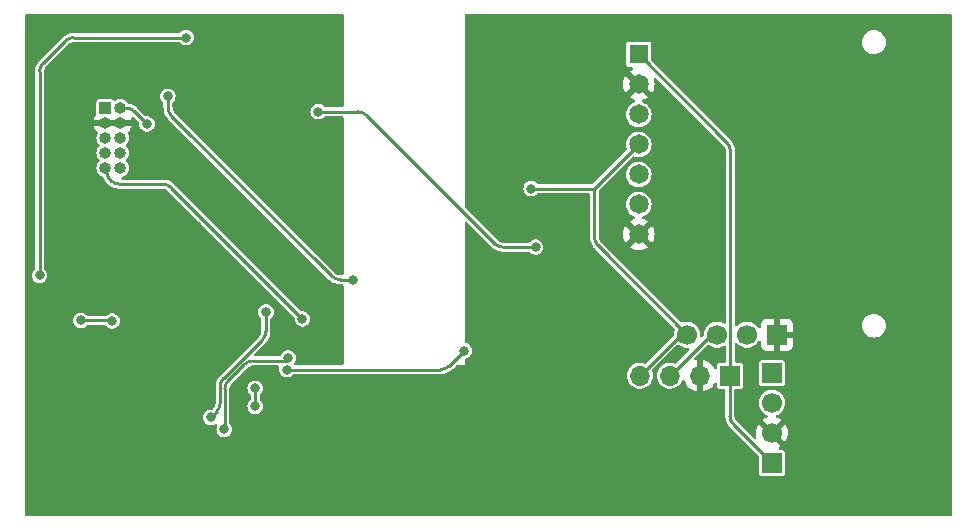
<source format=gbl>
%TF.GenerationSoftware,KiCad,Pcbnew,7.0.1*%
%TF.CreationDate,2023-03-22T16:32:40+01:00*%
%TF.ProjectId,iaq_device,6961715f-6465-4766-9963-652e6b696361,rev?*%
%TF.SameCoordinates,Original*%
%TF.FileFunction,Copper,L2,Bot*%
%TF.FilePolarity,Positive*%
%FSLAX46Y46*%
G04 Gerber Fmt 4.6, Leading zero omitted, Abs format (unit mm)*
G04 Created by KiCad (PCBNEW 7.0.1) date 2023-03-22 16:32:40*
%MOMM*%
%LPD*%
G01*
G04 APERTURE LIST*
%TA.AperFunction,ComponentPad*%
%ADD10R,1.000000X1.000000*%
%TD*%
%TA.AperFunction,ComponentPad*%
%ADD11O,1.000000X1.000000*%
%TD*%
%TA.AperFunction,ComponentPad*%
%ADD12R,1.700000X1.700000*%
%TD*%
%TA.AperFunction,ComponentPad*%
%ADD13C,1.700000*%
%TD*%
%TA.AperFunction,ComponentPad*%
%ADD14O,1.700000X1.700000*%
%TD*%
%TA.AperFunction,ComponentPad*%
%ADD15R,1.650000X1.650000*%
%TD*%
%TA.AperFunction,ComponentPad*%
%ADD16C,1.650000*%
%TD*%
%TA.AperFunction,ViaPad*%
%ADD17C,0.800000*%
%TD*%
%TA.AperFunction,Conductor*%
%ADD18C,0.254000*%
%TD*%
G04 APERTURE END LIST*
D10*
X106070000Y-82210000D03*
D11*
X107340000Y-82210000D03*
X106070000Y-83480000D03*
X107340000Y-83480000D03*
X106070000Y-84750000D03*
X107340000Y-84750000D03*
X106070000Y-86020000D03*
X107340000Y-86020000D03*
X106070000Y-87290000D03*
X107340000Y-87290000D03*
D12*
X162940000Y-101400000D03*
D13*
X160400000Y-101400000D03*
X157860000Y-101400000D03*
X155320000Y-101400000D03*
D12*
X158950000Y-104882000D03*
D14*
X156410000Y-104882000D03*
X153870000Y-104882000D03*
X151330000Y-104882000D03*
D12*
X162510000Y-112260000D03*
D13*
X162510000Y-109720000D03*
X162510000Y-107180000D03*
D12*
X162510000Y-104640000D03*
D15*
X151230000Y-77672500D03*
D16*
X151230000Y-80212500D03*
X151230000Y-82752500D03*
X151230000Y-85292500D03*
X151230000Y-87832500D03*
X151230000Y-90372500D03*
X151230000Y-92912500D03*
D17*
X124090000Y-82530000D03*
X111370000Y-81230000D03*
X119670000Y-99480000D03*
X121540000Y-103370000D03*
X121440000Y-104360000D03*
X136450000Y-102770000D03*
X100500000Y-96390000D03*
X112900000Y-76250000D03*
X122762273Y-100082273D03*
X140250000Y-79000000D03*
X114300000Y-76200000D03*
X120500000Y-82250000D03*
X145034000Y-96139000D03*
X125500000Y-115000000D03*
X107315000Y-93345000D03*
X116500000Y-85000000D03*
X158750000Y-113250000D03*
X123000000Y-85000000D03*
X113792000Y-92202000D03*
X124968000Y-98425000D03*
X164500000Y-91250000D03*
X103886000Y-83566000D03*
X122000000Y-90250000D03*
X119126000Y-76200000D03*
X104013000Y-100203000D03*
X106631500Y-100251500D03*
X109601000Y-83566000D03*
X142120000Y-89040000D03*
X115010000Y-108410000D03*
X116130000Y-109430000D03*
X142500000Y-94000000D03*
X118764000Y-107471000D03*
X118764000Y-105947000D03*
X127000000Y-96750000D03*
D18*
X128161900Y-82822886D02*
G75*
G03*
X127454786Y-82530000I-707100J-707114D01*
G01*
X139046100Y-93707114D02*
G75*
G03*
X139753214Y-94000000I707100J707114D01*
G01*
X124090000Y-82530000D02*
X127454786Y-82530000D01*
X128161893Y-82822893D02*
X139046107Y-93707107D01*
X139753214Y-94000000D02*
X142500000Y-94000000D01*
X111370000Y-81230000D02*
X111370000Y-82162682D01*
X111370000Y-82162682D02*
X111379000Y-82171682D01*
X119670000Y-99480000D02*
X119670000Y-101111616D01*
X119377099Y-101818715D02*
G75*
G03*
X119670000Y-101111616I-707099J707115D01*
G01*
X119377107Y-101818723D02*
X116077893Y-105117937D01*
X116077871Y-105117915D02*
G75*
G03*
X115785000Y-105825044I707129J-707085D01*
G01*
X115492114Y-107927900D02*
G75*
G03*
X115785000Y-107220786I-707114J707100D01*
G01*
X115785000Y-105825044D02*
X115785000Y-107220786D01*
X115492107Y-107927893D02*
X115010000Y-108410000D01*
X118554214Y-103630010D02*
G75*
G03*
X117847107Y-103922893I-14J-999990D01*
G01*
X121540000Y-103370000D02*
X121280000Y-103630000D01*
X116483886Y-105286100D02*
G75*
G03*
X116191000Y-105993214I707114J-707100D01*
G01*
X121280000Y-103630000D02*
X118554214Y-103630000D01*
X117847107Y-103922893D02*
X116483893Y-105286107D01*
X116191000Y-105993214D02*
X116191000Y-109369000D01*
X116191000Y-109369000D02*
X116130000Y-109430000D01*
X134445786Y-104359990D02*
G75*
G03*
X135152893Y-104067107I14J999990D01*
G01*
X121440000Y-104360000D02*
X134445786Y-104360000D01*
X135152893Y-104067107D02*
X136450000Y-102770000D01*
X103384214Y-76250010D02*
G75*
G03*
X102677107Y-76542893I-14J-999990D01*
G01*
X100792886Y-78427100D02*
G75*
G03*
X100500000Y-79134214I707114J-707100D01*
G01*
X112900000Y-76250000D02*
X103384214Y-76250000D01*
X102677107Y-76542893D02*
X100792893Y-78427107D01*
X100500000Y-79134214D02*
X100500000Y-96390000D01*
X122761273Y-100082273D02*
X122762273Y-100082273D01*
X111632393Y-88953393D02*
X122761273Y-100082273D01*
X125250202Y-96457116D02*
G75*
G03*
X125957318Y-96750000I707098J707116D01*
G01*
X147482510Y-93148286D02*
G75*
G03*
X147775393Y-93855393I999990J-14D01*
G01*
X158988990Y-85845714D02*
G75*
G03*
X158696107Y-85138607I-999990J14D01*
G01*
X151230000Y-77672500D02*
X158696107Y-85138607D01*
X158989000Y-85845714D02*
X158989000Y-104843000D01*
X158989000Y-104843000D02*
X158950000Y-104882000D01*
X158950010Y-108285786D02*
G75*
G03*
X159242893Y-108992893I999990J-14D01*
G01*
X111632400Y-88953386D02*
G75*
G03*
X110925286Y-88660500I-707100J-707114D01*
G01*
X106550497Y-88367611D02*
G75*
G03*
X107257608Y-88660500I707103J707111D01*
G01*
X106180006Y-87582892D02*
G75*
G03*
X106472893Y-88289999I999994J-8D01*
G01*
X108537900Y-82502886D02*
G75*
G03*
X107830786Y-82210000I-707100J-707114D01*
G01*
X111379013Y-82171682D02*
G75*
G03*
X111671893Y-82878789I999987J-18D01*
G01*
X106887106Y-83480000D02*
X106180000Y-83480000D01*
X107340000Y-83480000D02*
X106887106Y-83480000D01*
X104013000Y-100203000D02*
X106583000Y-100203000D01*
X162510000Y-112260000D02*
X159242893Y-108992893D01*
X106583000Y-100203000D02*
X106631500Y-100251500D01*
X158950000Y-108285786D02*
X158950000Y-104882000D01*
X107830786Y-82210000D02*
X107340000Y-82210000D01*
X109601000Y-83566000D02*
X108537893Y-82502893D01*
X151330000Y-104882000D02*
X154812000Y-101400000D01*
X142120000Y-89040000D02*
X147482500Y-89040000D01*
X147482500Y-93148286D02*
X147482500Y-89040000D01*
X155320000Y-101400000D02*
X147775393Y-93855393D01*
X147482500Y-89040000D02*
X151230000Y-85292500D01*
X154812000Y-101400000D02*
X155320000Y-101400000D01*
X157352000Y-101400000D02*
X157860000Y-101400000D01*
X153870000Y-104882000D02*
X157352000Y-101400000D01*
X106180000Y-87290000D02*
X106180000Y-87582892D01*
X107257608Y-88660500D02*
X110925286Y-88660500D01*
X106472893Y-88289999D02*
X106550501Y-88367607D01*
X118764000Y-107471000D02*
X118764000Y-105947000D01*
X127000000Y-96750000D02*
X125957318Y-96750000D01*
X125250211Y-96457107D02*
X111671893Y-82878789D01*
%TA.AperFunction,Conductor*%
G36*
X126187000Y-74266881D02*
G01*
X126233119Y-74313000D01*
X126250000Y-74376000D01*
X126250000Y-82022500D01*
X126233119Y-82085500D01*
X126187000Y-82131619D01*
X126124000Y-82148500D01*
X124688076Y-82148500D01*
X124629523Y-82134068D01*
X124584382Y-82094079D01*
X124583499Y-82092800D01*
X124564303Y-82075794D01*
X124464529Y-81987401D01*
X124323793Y-81913537D01*
X124169471Y-81875500D01*
X124010529Y-81875500D01*
X123856207Y-81913537D01*
X123856206Y-81913537D01*
X123856204Y-81913538D01*
X123715472Y-81987400D01*
X123596501Y-82092799D01*
X123506212Y-82223605D01*
X123449850Y-82372219D01*
X123430693Y-82529999D01*
X123449850Y-82687780D01*
X123506212Y-82836394D01*
X123596500Y-82967199D01*
X123596502Y-82967201D01*
X123715471Y-83072599D01*
X123856207Y-83146463D01*
X124010529Y-83184500D01*
X124169469Y-83184500D01*
X124169471Y-83184500D01*
X124323793Y-83146463D01*
X124464529Y-83072599D01*
X124583498Y-82967201D01*
X124584382Y-82965921D01*
X124629523Y-82925932D01*
X124688076Y-82911500D01*
X126124000Y-82911500D01*
X126187000Y-82928381D01*
X126233119Y-82974500D01*
X126250000Y-83037500D01*
X126250000Y-96242500D01*
X126233119Y-96305500D01*
X126187000Y-96351619D01*
X126124000Y-96368500D01*
X126032612Y-96368500D01*
X126032606Y-96368499D01*
X125963504Y-96368499D01*
X125951156Y-96367893D01*
X125848994Y-96357833D01*
X125824769Y-96353014D01*
X125732495Y-96325025D01*
X125709677Y-96315574D01*
X125624631Y-96270118D01*
X125604095Y-96256396D01*
X125524843Y-96191357D01*
X125515683Y-96183055D01*
X125500668Y-96168041D01*
X125500666Y-96168040D01*
X111946036Y-82613409D01*
X111937731Y-82604246D01*
X111895916Y-82553293D01*
X111872613Y-82524897D01*
X111858894Y-82504366D01*
X111813436Y-82419316D01*
X111803988Y-82396505D01*
X111775995Y-82304219D01*
X111771178Y-82279998D01*
X111770197Y-82270041D01*
X111765056Y-82217828D01*
X111766316Y-82194652D01*
X111765283Y-82186369D01*
X111761467Y-82155759D01*
X111760500Y-82140172D01*
X111760501Y-82131619D01*
X111760501Y-82116837D01*
X111756623Y-82103633D01*
X111752432Y-82083270D01*
X111752413Y-82083113D01*
X111751500Y-82067975D01*
X111751500Y-81823131D01*
X111762601Y-81771419D01*
X111793946Y-81728819D01*
X111830520Y-81696417D01*
X111863498Y-81667201D01*
X111953787Y-81536395D01*
X112010149Y-81387782D01*
X112029307Y-81230000D01*
X112010149Y-81072218D01*
X111953787Y-80923605D01*
X111863498Y-80792799D01*
X111744529Y-80687401D01*
X111603793Y-80613537D01*
X111449471Y-80575500D01*
X111290529Y-80575500D01*
X111136207Y-80613537D01*
X111136206Y-80613537D01*
X111136204Y-80613538D01*
X110995472Y-80687400D01*
X110876501Y-80792799D01*
X110786212Y-80923605D01*
X110729850Y-81072219D01*
X110710693Y-81230000D01*
X110729850Y-81387780D01*
X110786212Y-81536394D01*
X110876501Y-81667200D01*
X110946054Y-81728819D01*
X110977399Y-81771419D01*
X110988500Y-81823131D01*
X110988500Y-82110049D01*
X110985818Y-82135907D01*
X110983554Y-82146699D01*
X110987532Y-82178604D01*
X110988500Y-82194190D01*
X110988500Y-82194293D01*
X110991975Y-82215124D01*
X110992724Y-82220265D01*
X110996544Y-82250899D01*
X110997010Y-82258420D01*
X111021144Y-82441766D01*
X111064679Y-82604246D01*
X111068015Y-82616696D01*
X111097457Y-82687780D01*
X111137316Y-82784012D01*
X111227859Y-82940843D01*
X111248083Y-82967200D01*
X111338103Y-83084518D01*
X111345975Y-83092390D01*
X111346147Y-83092562D01*
X111346162Y-83092581D01*
X111384403Y-83130822D01*
X111384405Y-83130825D01*
X111455368Y-83201788D01*
X111455376Y-83201794D01*
X124932840Y-96679258D01*
X124932849Y-96679269D01*
X124941997Y-96688417D01*
X124942031Y-96688468D01*
X125044474Y-96790908D01*
X125188143Y-96901147D01*
X125188146Y-96901148D01*
X125188149Y-96901151D01*
X125344986Y-96991697D01*
X125512299Y-97060998D01*
X125687227Y-97107866D01*
X125866776Y-97131501D01*
X125957325Y-97131500D01*
X126124000Y-97131500D01*
X126187000Y-97148381D01*
X126233119Y-97194500D01*
X126250000Y-97257500D01*
X126250000Y-103852500D01*
X126233119Y-103915500D01*
X126187000Y-103961619D01*
X126124000Y-103978500D01*
X122155332Y-103978500D01*
X122090147Y-103960328D01*
X122043765Y-103911055D01*
X122029562Y-103844892D01*
X122051636Y-103780924D01*
X122097485Y-103714500D01*
X122123787Y-103676395D01*
X122180149Y-103527782D01*
X122199307Y-103370000D01*
X122180149Y-103212218D01*
X122123787Y-103063605D01*
X122033498Y-102932799D01*
X121914529Y-102827401D01*
X121773793Y-102753537D01*
X121619471Y-102715500D01*
X121460529Y-102715500D01*
X121306207Y-102753537D01*
X121306206Y-102753537D01*
X121306204Y-102753538D01*
X121165472Y-102827400D01*
X121046501Y-102932799D01*
X120956212Y-103063605D01*
X120916932Y-103167180D01*
X120889992Y-103209783D01*
X120848508Y-103238417D01*
X120799120Y-103248500D01*
X118791041Y-103248500D01*
X118733838Y-103234767D01*
X118689105Y-103196561D01*
X118666592Y-103142211D01*
X118671208Y-103083564D01*
X118701944Y-103033407D01*
X119669220Y-102066132D01*
X119669222Y-102066128D01*
X119676703Y-102058648D01*
X119676782Y-102058553D01*
X119710884Y-102024453D01*
X119821130Y-101880781D01*
X119911680Y-101723949D01*
X119980984Y-101556640D01*
X120027858Y-101381716D01*
X120051498Y-101202170D01*
X120051498Y-101189956D01*
X120051500Y-101189940D01*
X120051500Y-101085222D01*
X120051501Y-101036332D01*
X120051500Y-101036320D01*
X120051500Y-100073131D01*
X120062601Y-100021419D01*
X120093946Y-99978819D01*
X120096733Y-99976350D01*
X120163498Y-99917201D01*
X120253787Y-99786395D01*
X120310149Y-99637782D01*
X120329307Y-99480000D01*
X120310149Y-99322218D01*
X120253787Y-99173605D01*
X120163498Y-99042799D01*
X120044529Y-98937401D01*
X119903793Y-98863537D01*
X119749471Y-98825500D01*
X119590529Y-98825500D01*
X119436207Y-98863537D01*
X119436206Y-98863537D01*
X119436204Y-98863538D01*
X119295472Y-98937400D01*
X119176501Y-99042799D01*
X119086212Y-99173605D01*
X119029850Y-99322219D01*
X119010693Y-99479999D01*
X119029850Y-99637780D01*
X119086212Y-99786394D01*
X119176501Y-99917200D01*
X119246054Y-99978819D01*
X119277399Y-100021419D01*
X119288500Y-100073131D01*
X119288500Y-101105420D01*
X119287893Y-101117773D01*
X119277830Y-101219921D01*
X119273011Y-101244146D01*
X119245018Y-101336421D01*
X119235566Y-101359239D01*
X119190109Y-101444283D01*
X119176387Y-101464819D01*
X119148910Y-101498300D01*
X119111190Y-101544260D01*
X119102887Y-101553419D01*
X119068564Y-101587742D01*
X119068563Y-101587744D01*
X119068561Y-101587746D01*
X115853246Y-104803059D01*
X115853232Y-104803071D01*
X115853233Y-104803072D01*
X115845648Y-104810656D01*
X115845521Y-104810740D01*
X115744072Y-104912195D01*
X115633837Y-105055867D01*
X115543288Y-105212716D01*
X115473991Y-105380028D01*
X115427127Y-105554957D01*
X115417345Y-105629283D01*
X115405543Y-105718962D01*
X115403496Y-105734512D01*
X115403500Y-105817636D01*
X115403500Y-107145491D01*
X115403499Y-107145497D01*
X115403499Y-107214606D01*
X115402892Y-107226954D01*
X115392833Y-107329102D01*
X115388015Y-107353328D01*
X115360024Y-107445607D01*
X115350572Y-107468428D01*
X115305118Y-107553469D01*
X115291395Y-107574007D01*
X115226332Y-107653287D01*
X115218031Y-107662445D01*
X115205145Y-107675331D01*
X115205146Y-107675331D01*
X115161882Y-107718595D01*
X115121005Y-107745909D01*
X115072787Y-107755500D01*
X114930529Y-107755500D01*
X114776207Y-107793537D01*
X114776206Y-107793537D01*
X114776204Y-107793538D01*
X114635472Y-107867400D01*
X114516501Y-107972799D01*
X114426212Y-108103605D01*
X114369850Y-108252219D01*
X114350693Y-108409999D01*
X114369850Y-108567780D01*
X114426212Y-108716394D01*
X114433886Y-108727512D01*
X114516502Y-108847201D01*
X114635471Y-108952599D01*
X114776207Y-109026463D01*
X114930529Y-109064500D01*
X115089469Y-109064500D01*
X115089471Y-109064500D01*
X115243793Y-109026463D01*
X115373188Y-108958550D01*
X115431740Y-108944119D01*
X115490295Y-108958551D01*
X115535436Y-108998543D01*
X115556821Y-109054931D01*
X115549552Y-109114799D01*
X115489850Y-109272219D01*
X115470693Y-109430000D01*
X115489850Y-109587780D01*
X115546212Y-109736394D01*
X115546213Y-109736395D01*
X115636502Y-109867201D01*
X115755471Y-109972599D01*
X115896207Y-110046463D01*
X116050529Y-110084500D01*
X116209469Y-110084500D01*
X116209471Y-110084500D01*
X116363793Y-110046463D01*
X116504529Y-109972599D01*
X116623498Y-109867201D01*
X116713787Y-109736395D01*
X116770149Y-109587782D01*
X116789307Y-109430000D01*
X116770149Y-109272218D01*
X116713787Y-109123605D01*
X116623498Y-108992799D01*
X116614945Y-108985222D01*
X116583601Y-108942623D01*
X116572500Y-108890911D01*
X116572500Y-107470999D01*
X118104693Y-107470999D01*
X118123850Y-107628780D01*
X118180212Y-107777394D01*
X118242339Y-107867401D01*
X118270502Y-107908201D01*
X118389471Y-108013599D01*
X118530207Y-108087463D01*
X118684529Y-108125500D01*
X118843469Y-108125500D01*
X118843471Y-108125500D01*
X118997793Y-108087463D01*
X119138529Y-108013599D01*
X119257498Y-107908201D01*
X119347787Y-107777395D01*
X119404149Y-107628782D01*
X119423307Y-107471000D01*
X119404149Y-107313218D01*
X119347787Y-107164605D01*
X119257498Y-107033799D01*
X119187946Y-106972181D01*
X119156601Y-106929581D01*
X119145500Y-106877869D01*
X119145500Y-106540131D01*
X119156601Y-106488419D01*
X119187946Y-106445819D01*
X119202737Y-106432715D01*
X119257498Y-106384201D01*
X119347787Y-106253395D01*
X119404149Y-106104782D01*
X119423307Y-105947000D01*
X119404149Y-105789218D01*
X119347787Y-105640605D01*
X119257498Y-105509799D01*
X119138529Y-105404401D01*
X118997793Y-105330537D01*
X118843471Y-105292500D01*
X118684529Y-105292500D01*
X118530207Y-105330537D01*
X118530206Y-105330537D01*
X118530204Y-105330538D01*
X118389472Y-105404400D01*
X118270501Y-105509799D01*
X118180212Y-105640605D01*
X118123850Y-105789219D01*
X118104693Y-105947000D01*
X118123850Y-106104780D01*
X118180212Y-106253394D01*
X118270501Y-106384200D01*
X118340054Y-106445819D01*
X118371399Y-106488419D01*
X118382500Y-106540131D01*
X118382500Y-106877869D01*
X118371399Y-106929581D01*
X118340054Y-106972181D01*
X118270501Y-107033799D01*
X118180212Y-107164605D01*
X118123850Y-107313219D01*
X118104693Y-107470999D01*
X116572500Y-107470999D01*
X116572500Y-106048063D01*
X116572501Y-106048060D01*
X116572500Y-105999392D01*
X116573107Y-105987045D01*
X116576865Y-105948887D01*
X116583167Y-105884891D01*
X116587982Y-105860678D01*
X116615978Y-105768383D01*
X116625423Y-105745580D01*
X116670887Y-105660519D01*
X116684596Y-105640002D01*
X116749668Y-105560709D01*
X116757954Y-105551569D01*
X116780199Y-105529323D01*
X116780201Y-105529321D01*
X117427523Y-104881999D01*
X118112490Y-104197031D01*
X118121644Y-104188735D01*
X118129631Y-104182181D01*
X118187469Y-104134716D01*
X118200999Y-104123613D01*
X118221531Y-104109893D01*
X118306581Y-104064434D01*
X118329391Y-104054986D01*
X118421681Y-104026991D01*
X118445882Y-104022178D01*
X118548164Y-104012105D01*
X118560497Y-104011500D01*
X118609060Y-104011501D01*
X118609063Y-104011500D01*
X120689639Y-104011500D01*
X120748194Y-104025933D01*
X120793335Y-104065924D01*
X120814720Y-104122313D01*
X120807451Y-104182177D01*
X120799851Y-104202218D01*
X120799850Y-104202221D01*
X120780693Y-104359999D01*
X120799850Y-104517780D01*
X120856212Y-104666394D01*
X120946500Y-104797199D01*
X120946502Y-104797201D01*
X121065471Y-104902599D01*
X121206207Y-104976463D01*
X121360529Y-105014500D01*
X121519469Y-105014500D01*
X121519471Y-105014500D01*
X121673793Y-104976463D01*
X121814529Y-104902599D01*
X121933498Y-104797201D01*
X121934382Y-104795921D01*
X121979523Y-104755932D01*
X122038076Y-104741500D01*
X134488311Y-104741500D01*
X134488421Y-104741490D01*
X134536329Y-104741491D01*
X134715876Y-104717856D01*
X134890802Y-104670987D01*
X135058114Y-104601686D01*
X135058114Y-104601685D01*
X135214944Y-104511143D01*
X135214944Y-104511142D01*
X135214949Y-104511140D01*
X135358623Y-104400897D01*
X135367263Y-104392256D01*
X135367268Y-104392253D01*
X135377637Y-104381883D01*
X135377639Y-104381883D01*
X135404928Y-104354593D01*
X135404932Y-104354591D01*
X135471804Y-104287719D01*
X135471811Y-104287709D01*
X135722617Y-104036904D01*
X135763495Y-104009591D01*
X135811713Y-104000000D01*
X136500000Y-104000000D01*
X136500000Y-103530478D01*
X136512165Y-103476463D01*
X136546312Y-103432878D01*
X136595841Y-103408141D01*
X136683793Y-103386463D01*
X136824529Y-103312599D01*
X136943498Y-103207201D01*
X137033787Y-103076395D01*
X137090149Y-102927782D01*
X137109307Y-102770000D01*
X137090149Y-102612218D01*
X137033787Y-102463605D01*
X136943498Y-102332799D01*
X136824529Y-102227401D01*
X136683793Y-102153537D01*
X136595841Y-102131858D01*
X136546312Y-102107122D01*
X136512165Y-102063537D01*
X136500000Y-102009522D01*
X136500000Y-92004713D01*
X136513733Y-91947510D01*
X136551939Y-91902777D01*
X136606289Y-91880264D01*
X136664936Y-91884880D01*
X136715095Y-91915618D01*
X138741424Y-93941947D01*
X138741455Y-93941992D01*
X138840371Y-94040905D01*
X138950166Y-94125152D01*
X138984046Y-94151148D01*
X139016518Y-94169895D01*
X139140884Y-94241696D01*
X139308194Y-94310996D01*
X139355063Y-94323553D01*
X139483122Y-94357865D01*
X139662671Y-94381501D01*
X139753219Y-94381500D01*
X141901924Y-94381500D01*
X141960477Y-94395932D01*
X142005618Y-94435921D01*
X142006500Y-94437199D01*
X142006501Y-94437200D01*
X142006502Y-94437201D01*
X142125471Y-94542599D01*
X142266207Y-94616463D01*
X142420529Y-94654500D01*
X142579469Y-94654500D01*
X142579471Y-94654500D01*
X142733793Y-94616463D01*
X142874529Y-94542599D01*
X142993498Y-94437201D01*
X143083787Y-94306395D01*
X143140149Y-94157782D01*
X143159307Y-94000000D01*
X143140149Y-93842218D01*
X143083787Y-93693605D01*
X142993498Y-93562799D01*
X142874529Y-93457401D01*
X142757391Y-93395922D01*
X142733795Y-93383538D01*
X142733794Y-93383537D01*
X142733793Y-93383537D01*
X142579471Y-93345500D01*
X142420529Y-93345500D01*
X142266207Y-93383537D01*
X142266206Y-93383537D01*
X142266204Y-93383538D01*
X142125472Y-93457400D01*
X142006500Y-93562800D01*
X142005618Y-93564079D01*
X141960477Y-93604068D01*
X141901924Y-93618500D01*
X139828509Y-93618500D01*
X139828503Y-93618499D01*
X139759393Y-93618499D01*
X139747045Y-93617892D01*
X139644897Y-93607833D01*
X139620671Y-93603015D01*
X139528392Y-93575024D01*
X139505575Y-93565573D01*
X139420529Y-93520117D01*
X139399992Y-93506395D01*
X139320719Y-93441338D01*
X139311560Y-93433036D01*
X139296588Y-93418065D01*
X139296586Y-93418064D01*
X136536905Y-90658383D01*
X136509591Y-90617506D01*
X136500000Y-90569288D01*
X136500000Y-89039999D01*
X141460693Y-89039999D01*
X141479850Y-89197780D01*
X141536212Y-89346394D01*
X141626500Y-89477199D01*
X141626502Y-89477201D01*
X141745471Y-89582599D01*
X141886207Y-89656463D01*
X142040529Y-89694500D01*
X142199469Y-89694500D01*
X142199471Y-89694500D01*
X142353793Y-89656463D01*
X142494529Y-89582599D01*
X142613498Y-89477201D01*
X142614382Y-89475921D01*
X142659523Y-89435932D01*
X142718076Y-89421500D01*
X146975000Y-89421500D01*
X147038000Y-89438381D01*
X147084119Y-89484500D01*
X147101000Y-89547500D01*
X147101000Y-93189725D01*
X147101009Y-93189840D01*
X147101009Y-93238831D01*
X147124644Y-93418375D01*
X147171512Y-93593302D01*
X147240813Y-93760614D01*
X147331358Y-93917448D01*
X147394702Y-93999999D01*
X147441603Y-94061123D01*
X147451795Y-94071315D01*
X147451806Y-94071329D01*
X147487904Y-94107427D01*
X147487906Y-94107430D01*
X147558870Y-94178394D01*
X147558876Y-94178398D01*
X154254157Y-100873680D01*
X154287016Y-100931102D01*
X154286252Y-100997256D01*
X154229654Y-101196179D01*
X154209690Y-101411626D01*
X154208761Y-101411539D01*
X154203589Y-101452002D01*
X154174175Y-101498300D01*
X151852925Y-103819550D01*
X151812943Y-103846489D01*
X151765771Y-103856440D01*
X151718315Y-103847947D01*
X151645012Y-103819550D01*
X151633556Y-103815112D01*
X151432347Y-103777500D01*
X151227653Y-103777500D01*
X151068765Y-103807201D01*
X151026444Y-103815112D01*
X150835571Y-103889056D01*
X150661539Y-103996813D01*
X150661537Y-103996814D01*
X150661538Y-103996814D01*
X150531082Y-104115741D01*
X150510267Y-104134716D01*
X150386910Y-104298066D01*
X150295672Y-104481297D01*
X150239654Y-104678180D01*
X150220767Y-104881999D01*
X150239654Y-105085819D01*
X150295672Y-105282702D01*
X150386910Y-105465933D01*
X150424014Y-105515066D01*
X150510268Y-105629285D01*
X150661538Y-105767186D01*
X150835573Y-105874944D01*
X151026444Y-105948888D01*
X151227653Y-105986500D01*
X151432345Y-105986500D01*
X151432347Y-105986500D01*
X151633556Y-105948888D01*
X151824427Y-105874944D01*
X151998462Y-105767186D01*
X152149732Y-105629285D01*
X152273088Y-105465935D01*
X152364328Y-105282701D01*
X152420345Y-105085821D01*
X152439232Y-104882000D01*
X152420345Y-104678179D01*
X152364328Y-104481299D01*
X152364326Y-104481295D01*
X152363746Y-104479256D01*
X152362982Y-104413101D01*
X152395839Y-104355681D01*
X154469586Y-102281935D01*
X154524198Y-102249842D01*
X154587528Y-102248379D01*
X154643564Y-102277917D01*
X154651538Y-102285186D01*
X154825573Y-102392944D01*
X155016444Y-102466888D01*
X155217653Y-102504500D01*
X155217655Y-102504500D01*
X155403786Y-102504500D01*
X155460989Y-102518233D01*
X155505722Y-102556439D01*
X155528235Y-102610789D01*
X155523619Y-102669436D01*
X155492881Y-102719595D01*
X154392925Y-103819550D01*
X154352943Y-103846489D01*
X154305771Y-103856440D01*
X154258315Y-103847947D01*
X154185012Y-103819550D01*
X154173556Y-103815112D01*
X153972347Y-103777500D01*
X153767653Y-103777500D01*
X153608765Y-103807201D01*
X153566444Y-103815112D01*
X153375571Y-103889056D01*
X153201539Y-103996813D01*
X153201537Y-103996814D01*
X153201538Y-103996814D01*
X153071082Y-104115741D01*
X153050267Y-104134716D01*
X152926910Y-104298066D01*
X152835672Y-104481297D01*
X152779654Y-104678180D01*
X152760767Y-104881999D01*
X152779654Y-105085819D01*
X152835672Y-105282702D01*
X152926910Y-105465933D01*
X152964014Y-105515066D01*
X153050268Y-105629285D01*
X153201538Y-105767186D01*
X153375573Y-105874944D01*
X153566444Y-105948888D01*
X153767653Y-105986500D01*
X153972345Y-105986500D01*
X153972347Y-105986500D01*
X154173556Y-105948888D01*
X154364427Y-105874944D01*
X154538462Y-105767186D01*
X154689732Y-105629285D01*
X154813088Y-105465935D01*
X154889864Y-105311747D01*
X154937630Y-105259987D01*
X155005716Y-105241950D01*
X155072846Y-105263275D01*
X155118040Y-105317299D01*
X155211580Y-105530548D01*
X155334678Y-105718962D01*
X155487096Y-105884533D01*
X155664697Y-106022766D01*
X155862631Y-106129883D01*
X156075485Y-106202955D01*
X156156000Y-106216391D01*
X156156000Y-103547609D01*
X156075484Y-103561044D01*
X156065227Y-103564565D01*
X155998459Y-103568707D01*
X155938980Y-103538089D01*
X155903558Y-103481340D01*
X155902176Y-103414458D01*
X155935223Y-103356298D01*
X157009586Y-102281935D01*
X157064198Y-102249842D01*
X157127528Y-102248379D01*
X157183564Y-102277917D01*
X157191538Y-102285186D01*
X157365573Y-102392944D01*
X157556444Y-102466888D01*
X157757653Y-102504500D01*
X157962345Y-102504500D01*
X157962347Y-102504500D01*
X158163556Y-102466888D01*
X158354427Y-102392944D01*
X158415169Y-102355333D01*
X158478589Y-102336495D01*
X158542812Y-102352384D01*
X158590131Y-102398622D01*
X158607500Y-102462461D01*
X158607500Y-103651501D01*
X158590619Y-103714501D01*
X158544500Y-103760620D01*
X158481500Y-103777501D01*
X158074932Y-103777501D01*
X158000699Y-103792265D01*
X157916515Y-103848515D01*
X157860266Y-103932698D01*
X157860265Y-103932699D01*
X157860266Y-103932699D01*
X157845501Y-104006931D01*
X157845500Y-104006934D01*
X157845500Y-104173103D01*
X157829307Y-104234896D01*
X157784890Y-104280807D01*
X157723666Y-104299034D01*
X157661371Y-104284893D01*
X157614017Y-104242019D01*
X157485321Y-104045037D01*
X157332903Y-103879466D01*
X157155302Y-103741233D01*
X156957368Y-103634116D01*
X156744514Y-103561044D01*
X156664000Y-103547609D01*
X156664000Y-106216391D01*
X156744514Y-106202955D01*
X156957368Y-106129883D01*
X157155302Y-106022766D01*
X157332903Y-105884533D01*
X157485323Y-105718960D01*
X157614017Y-105521980D01*
X157661371Y-105479105D01*
X157723666Y-105464964D01*
X157784890Y-105483191D01*
X157829307Y-105529101D01*
X157845500Y-105590894D01*
X157845500Y-105757067D01*
X157860265Y-105831300D01*
X157916515Y-105915484D01*
X157963682Y-105947000D01*
X158000699Y-105971734D01*
X158074933Y-105986500D01*
X158442500Y-105986500D01*
X158505500Y-106003381D01*
X158551619Y-106049500D01*
X158568500Y-106112500D01*
X158568500Y-108327225D01*
X158568509Y-108327340D01*
X158568509Y-108376331D01*
X158592144Y-108555875D01*
X158639012Y-108730802D01*
X158708313Y-108898114D01*
X158798858Y-109054948D01*
X158875752Y-109155158D01*
X158909103Y-109198623D01*
X158919295Y-109208815D01*
X158919306Y-109208829D01*
X158955404Y-109244927D01*
X158955406Y-109244930D01*
X159026369Y-109315893D01*
X159026377Y-109315899D01*
X161368595Y-111658117D01*
X161395909Y-111698994D01*
X161405500Y-111747212D01*
X161405500Y-113135068D01*
X161420265Y-113209300D01*
X161476515Y-113293484D01*
X161532764Y-113331068D01*
X161560699Y-113349734D01*
X161634933Y-113364500D01*
X163385066Y-113364499D01*
X163385068Y-113364499D01*
X163434556Y-113354655D01*
X163459301Y-113349734D01*
X163543484Y-113293484D01*
X163599734Y-113209301D01*
X163614500Y-113135067D01*
X163614499Y-111384934D01*
X163614499Y-111384931D01*
X163599734Y-111310699D01*
X163543484Y-111226515D01*
X163459301Y-111170266D01*
X163385067Y-111155500D01*
X163385066Y-111155500D01*
X163208247Y-111155500D01*
X163144647Y-111138270D01*
X163098440Y-111091293D01*
X163082264Y-111027417D01*
X163100543Y-110964110D01*
X163148277Y-110918686D01*
X163255305Y-110860764D01*
X163275688Y-110844899D01*
X162510000Y-110079211D01*
X162510000Y-110079210D01*
X162150791Y-109720001D01*
X162869210Y-109720001D01*
X163633076Y-110483867D01*
X163633077Y-110483866D01*
X163708418Y-110368551D01*
X163798819Y-110162457D01*
X163854068Y-109944283D01*
X163872653Y-109720000D01*
X163854068Y-109495716D01*
X163798819Y-109277543D01*
X163708417Y-109071446D01*
X163633076Y-108956132D01*
X162869210Y-109720000D01*
X162869210Y-109720001D01*
X162150791Y-109720001D01*
X161386922Y-108956132D01*
X161311580Y-109071451D01*
X161221180Y-109277543D01*
X161165931Y-109495716D01*
X161147346Y-109720000D01*
X161165931Y-109944284D01*
X161200133Y-110079344D01*
X161199328Y-110144226D01*
X161166344Y-110200104D01*
X161109928Y-110232160D01*
X161045041Y-110231891D01*
X160988893Y-110199370D01*
X159517035Y-108727512D01*
X159508730Y-108718349D01*
X159507126Y-108716395D01*
X159443615Y-108639004D01*
X159429893Y-108618468D01*
X159384436Y-108533422D01*
X159374984Y-108510602D01*
X159346992Y-108418320D01*
X159342177Y-108394115D01*
X159332105Y-108291836D01*
X159331500Y-108279499D01*
X159331501Y-108230940D01*
X159331500Y-108230937D01*
X159331500Y-107179999D01*
X161400767Y-107179999D01*
X161419654Y-107383819D01*
X161475672Y-107580702D01*
X161566910Y-107763933D01*
X161589266Y-107793537D01*
X161690268Y-107927285D01*
X161841538Y-108065186D01*
X162015573Y-108172944D01*
X162078407Y-108197286D01*
X162128203Y-108232367D01*
X162155724Y-108286706D01*
X162154539Y-108347606D01*
X162124926Y-108400834D01*
X162073804Y-108433951D01*
X161962627Y-108472118D01*
X161764700Y-108579231D01*
X161744310Y-108595099D01*
X161744310Y-108595101D01*
X162509999Y-109360790D01*
X162510000Y-109360790D01*
X163275689Y-108595100D01*
X163275688Y-108595099D01*
X163255302Y-108579232D01*
X163057371Y-108472117D01*
X162946196Y-108433951D01*
X162895073Y-108400834D01*
X162865460Y-108347606D01*
X162864275Y-108286706D01*
X162891796Y-108232366D01*
X162941590Y-108197287D01*
X163004427Y-108172944D01*
X163178462Y-108065186D01*
X163329732Y-107927285D01*
X163453088Y-107763935D01*
X163544328Y-107580701D01*
X163600345Y-107383821D01*
X163619232Y-107180000D01*
X163617805Y-107164605D01*
X163600345Y-106976180D01*
X163588508Y-106934577D01*
X163544328Y-106779299D01*
X163543585Y-106777807D01*
X163453089Y-106596066D01*
X163410849Y-106540131D01*
X163329732Y-106432715D01*
X163178462Y-106294814D01*
X163111568Y-106253395D01*
X163004428Y-106187056D01*
X162908991Y-106150083D01*
X162813556Y-106113112D01*
X162612347Y-106075500D01*
X162407653Y-106075500D01*
X162209723Y-106112499D01*
X162206444Y-106113112D01*
X162015571Y-106187056D01*
X161841539Y-106294813D01*
X161690267Y-106432716D01*
X161566910Y-106596066D01*
X161475672Y-106779297D01*
X161419654Y-106976180D01*
X161400767Y-107179999D01*
X159331500Y-107179999D01*
X159331500Y-106112499D01*
X159348381Y-106049499D01*
X159394500Y-106003380D01*
X159457500Y-105986499D01*
X159825068Y-105986499D01*
X159874556Y-105976655D01*
X159899301Y-105971734D01*
X159983484Y-105915484D01*
X160039734Y-105831301D01*
X160054500Y-105757067D01*
X160054500Y-105515068D01*
X161405500Y-105515068D01*
X161420265Y-105589300D01*
X161476515Y-105673484D01*
X161532765Y-105711068D01*
X161560699Y-105729734D01*
X161634933Y-105744500D01*
X163385066Y-105744499D01*
X163385068Y-105744499D01*
X163435283Y-105734511D01*
X163459301Y-105729734D01*
X163543484Y-105673484D01*
X163599734Y-105589301D01*
X163614500Y-105515067D01*
X163614499Y-103764934D01*
X163614499Y-103764933D01*
X163614499Y-103764931D01*
X163599734Y-103690699D01*
X163543484Y-103606515D01*
X163459301Y-103550266D01*
X163445943Y-103547609D01*
X163385066Y-103535500D01*
X161634931Y-103535500D01*
X161560699Y-103550265D01*
X161476515Y-103606515D01*
X161420266Y-103690698D01*
X161405500Y-103764933D01*
X161405500Y-105515068D01*
X160054500Y-105515068D01*
X160054499Y-104006934D01*
X160054499Y-104006933D01*
X160054499Y-104006931D01*
X160039734Y-103932699D01*
X159983484Y-103848515D01*
X159899301Y-103792266D01*
X159899296Y-103792265D01*
X159825067Y-103777500D01*
X159825066Y-103777500D01*
X159496500Y-103777500D01*
X159433500Y-103760619D01*
X159387381Y-103714500D01*
X159370500Y-103651500D01*
X159370500Y-102241419D01*
X159383709Y-102185256D01*
X159420568Y-102140869D01*
X159473348Y-102117564D01*
X159530982Y-102120229D01*
X159581385Y-102148303D01*
X159731538Y-102285186D01*
X159905573Y-102392944D01*
X160096444Y-102466888D01*
X160297653Y-102504500D01*
X160502345Y-102504500D01*
X160502347Y-102504500D01*
X160703556Y-102466888D01*
X160894427Y-102392944D01*
X161068462Y-102285186D01*
X161219732Y-102147285D01*
X161343088Y-101983935D01*
X161343089Y-101983933D01*
X161343210Y-101983691D01*
X161343609Y-101983244D01*
X161350124Y-101974618D01*
X161350842Y-101975160D01*
X161387701Y-101933971D01*
X161451344Y-101913940D01*
X161516293Y-101929216D01*
X161564335Y-101975515D01*
X161582000Y-102039854D01*
X161582000Y-102298589D01*
X161588505Y-102359093D01*
X161639554Y-102495962D01*
X161727095Y-102612904D01*
X161844037Y-102700445D01*
X161980906Y-102751494D01*
X162041411Y-102758000D01*
X162686000Y-102758000D01*
X162686000Y-101654000D01*
X163194000Y-101654000D01*
X163194000Y-102758000D01*
X163838589Y-102758000D01*
X163899093Y-102751494D01*
X164035962Y-102700445D01*
X164152904Y-102612904D01*
X164240445Y-102495962D01*
X164291494Y-102359093D01*
X164298000Y-102298589D01*
X164298000Y-101654000D01*
X163194000Y-101654000D01*
X162686000Y-101654000D01*
X162686000Y-100042000D01*
X163194000Y-100042000D01*
X163194000Y-101146000D01*
X164298000Y-101146000D01*
X164298000Y-100650000D01*
X170124610Y-100650000D01*
X170144120Y-100848093D01*
X170201902Y-101038571D01*
X170295734Y-101214119D01*
X170422011Y-101367988D01*
X170552290Y-101474905D01*
X170575880Y-101494265D01*
X170751427Y-101588097D01*
X170846667Y-101616988D01*
X170941906Y-101645879D01*
X171140000Y-101665389D01*
X171338093Y-101645879D01*
X171528573Y-101588097D01*
X171704120Y-101494265D01*
X171857988Y-101367988D01*
X171984265Y-101214120D01*
X172078097Y-101038573D01*
X172135879Y-100848093D01*
X172155389Y-100650000D01*
X172137021Y-100463505D01*
X172135879Y-100451906D01*
X172101189Y-100337550D01*
X172078097Y-100261427D01*
X171984265Y-100085880D01*
X171950895Y-100045219D01*
X171857988Y-99932011D01*
X171704119Y-99805734D01*
X171528571Y-99711902D01*
X171338093Y-99654120D01*
X171140000Y-99634610D01*
X170941906Y-99654120D01*
X170751428Y-99711902D01*
X170575880Y-99805734D01*
X170422011Y-99932011D01*
X170295734Y-100085880D01*
X170201902Y-100261428D01*
X170144120Y-100451906D01*
X170124610Y-100650000D01*
X164298000Y-100650000D01*
X164298000Y-100501411D01*
X164291494Y-100440906D01*
X164240445Y-100304037D01*
X164152904Y-100187095D01*
X164035962Y-100099554D01*
X163899093Y-100048505D01*
X163838589Y-100042000D01*
X163194000Y-100042000D01*
X162686000Y-100042000D01*
X162041411Y-100042000D01*
X161980906Y-100048505D01*
X161844037Y-100099554D01*
X161727095Y-100187095D01*
X161639554Y-100304037D01*
X161588505Y-100440906D01*
X161582000Y-100501411D01*
X161582000Y-100760146D01*
X161564335Y-100824485D01*
X161516293Y-100870784D01*
X161451344Y-100886060D01*
X161387701Y-100866029D01*
X161350842Y-100824839D01*
X161350124Y-100825382D01*
X161343609Y-100816755D01*
X161343210Y-100816309D01*
X161343089Y-100816066D01*
X161300860Y-100760146D01*
X161219732Y-100652715D01*
X161068462Y-100514814D01*
X160985595Y-100463505D01*
X160894428Y-100407056D01*
X160774975Y-100360780D01*
X160703556Y-100333112D01*
X160502347Y-100295500D01*
X160297653Y-100295500D01*
X160096444Y-100333111D01*
X160096444Y-100333112D01*
X159905571Y-100407056D01*
X159731539Y-100514813D01*
X159731537Y-100514814D01*
X159731538Y-100514814D01*
X159593998Y-100640199D01*
X159581386Y-100651696D01*
X159530982Y-100679771D01*
X159473348Y-100682436D01*
X159420568Y-100659131D01*
X159383709Y-100614744D01*
X159370500Y-100558581D01*
X159370500Y-85803377D01*
X159370490Y-85803260D01*
X159370490Y-85798583D01*
X159370491Y-85755171D01*
X159346856Y-85575624D01*
X159304519Y-85417611D01*
X159299987Y-85400697D01*
X159230686Y-85233385D01*
X159140141Y-85076551D01*
X159029897Y-84932877D01*
X159025341Y-84928321D01*
X159025330Y-84928306D01*
X152346404Y-78249381D01*
X152319090Y-78208504D01*
X152309499Y-78160286D01*
X152309499Y-76822432D01*
X152294734Y-76748199D01*
X152238484Y-76664015D01*
X152217507Y-76649999D01*
X170124610Y-76649999D01*
X170144120Y-76848093D01*
X170201902Y-77038571D01*
X170295734Y-77214119D01*
X170422011Y-77367988D01*
X170575880Y-77494265D01*
X170751427Y-77588097D01*
X170846666Y-77616987D01*
X170941906Y-77645879D01*
X171140000Y-77665389D01*
X171338093Y-77645879D01*
X171528573Y-77588097D01*
X171704120Y-77494265D01*
X171857988Y-77367988D01*
X171984265Y-77214120D01*
X172078097Y-77038573D01*
X172135879Y-76848093D01*
X172155389Y-76650000D01*
X172151229Y-76607766D01*
X172135879Y-76451906D01*
X172093413Y-76311917D01*
X172078097Y-76261427D01*
X171984265Y-76085880D01*
X171920607Y-76008313D01*
X171857988Y-75932011D01*
X171704119Y-75805734D01*
X171528571Y-75711902D01*
X171338093Y-75654120D01*
X171140000Y-75634610D01*
X170941906Y-75654120D01*
X170751428Y-75711902D01*
X170575880Y-75805734D01*
X170422011Y-75932011D01*
X170295734Y-76085880D01*
X170201902Y-76261428D01*
X170144120Y-76451906D01*
X170124610Y-76649999D01*
X152217507Y-76649999D01*
X152154301Y-76607766D01*
X152154296Y-76607765D01*
X152080066Y-76593000D01*
X150379931Y-76593000D01*
X150305699Y-76607765D01*
X150221515Y-76664015D01*
X150165266Y-76748198D01*
X150150500Y-76822433D01*
X150150500Y-78522568D01*
X150165265Y-78596800D01*
X150221515Y-78680984D01*
X150252561Y-78701728D01*
X150305699Y-78737234D01*
X150379933Y-78752000D01*
X150639558Y-78751999D01*
X150704450Y-78769996D01*
X150750807Y-78818845D01*
X150765383Y-78884593D01*
X150744015Y-78948457D01*
X150692807Y-78992193D01*
X150560953Y-79053678D01*
X150484159Y-79107449D01*
X152335048Y-80958338D01*
X152335049Y-80958338D01*
X152388822Y-80881543D01*
X152487395Y-80670154D01*
X152547762Y-80444858D01*
X152568091Y-80212500D01*
X152547762Y-79980141D01*
X152504627Y-79819157D01*
X152504627Y-79753935D01*
X152537239Y-79697450D01*
X152593723Y-79664839D01*
X152658945Y-79664839D01*
X152715428Y-79697450D01*
X155571270Y-82553293D01*
X158418675Y-85400698D01*
X158421964Y-85403987D01*
X158430269Y-85413150D01*
X158495383Y-85492494D01*
X158509106Y-85513031D01*
X158554563Y-85598077D01*
X158564015Y-85620897D01*
X158592005Y-85713171D01*
X158596822Y-85737392D01*
X158598574Y-85755169D01*
X158606893Y-85839650D01*
X158607499Y-85851998D01*
X158607499Y-85921003D01*
X158607500Y-85921009D01*
X158607500Y-100337539D01*
X158590131Y-100401378D01*
X158542812Y-100447616D01*
X158478589Y-100463505D01*
X158415169Y-100444666D01*
X158354428Y-100407056D01*
X158234975Y-100360780D01*
X158163556Y-100333112D01*
X157962347Y-100295500D01*
X157757653Y-100295500D01*
X157556444Y-100333111D01*
X157556444Y-100333112D01*
X157365571Y-100407056D01*
X157191539Y-100514813D01*
X157040267Y-100652716D01*
X156916910Y-100816066D01*
X156825672Y-100999297D01*
X156769654Y-101196180D01*
X156749690Y-101411626D01*
X156748761Y-101411539D01*
X156743589Y-101452002D01*
X156714175Y-101498300D01*
X156636848Y-101575627D01*
X156584468Y-101607064D01*
X156523457Y-101610167D01*
X156468157Y-101584207D01*
X156431568Y-101535287D01*
X156422291Y-101474905D01*
X156429232Y-101399999D01*
X156414790Y-101244146D01*
X156410345Y-101196179D01*
X156354328Y-100999299D01*
X156320370Y-100931102D01*
X156263089Y-100816066D01*
X156220860Y-100760146D01*
X156139732Y-100652715D01*
X155988462Y-100514814D01*
X155905595Y-100463505D01*
X155814428Y-100407056D01*
X155694975Y-100360780D01*
X155623556Y-100333112D01*
X155422347Y-100295500D01*
X155217653Y-100295500D01*
X155016444Y-100333112D01*
X155016439Y-100333113D01*
X154931682Y-100365947D01*
X154884226Y-100374440D01*
X154837054Y-100364489D01*
X154797073Y-100337550D01*
X148477073Y-94017550D01*
X150484160Y-94017550D01*
X150560952Y-94071321D01*
X150772345Y-94169895D01*
X150997641Y-94230262D01*
X151230000Y-94250591D01*
X151462358Y-94230262D01*
X151687654Y-94169895D01*
X151899043Y-94071322D01*
X151975838Y-94017549D01*
X151230000Y-93271710D01*
X151229999Y-93271710D01*
X150484160Y-94017548D01*
X150484160Y-94017550D01*
X148477073Y-94017550D01*
X148049535Y-93590012D01*
X148041230Y-93580849D01*
X147976116Y-93501505D01*
X147962393Y-93480968D01*
X147949796Y-93457401D01*
X147916935Y-93395921D01*
X147907484Y-93373102D01*
X147906590Y-93370154D01*
X147879492Y-93280820D01*
X147874677Y-93256615D01*
X147864605Y-93154336D01*
X147864000Y-93141999D01*
X147864001Y-93093440D01*
X147864000Y-93093437D01*
X147864000Y-92912499D01*
X149891908Y-92912499D01*
X149912237Y-93144858D01*
X149972604Y-93370154D01*
X150071180Y-93581549D01*
X150124948Y-93658338D01*
X150870789Y-92912500D01*
X151589210Y-92912500D01*
X152335049Y-93658338D01*
X152388822Y-93581543D01*
X152487395Y-93370154D01*
X152547762Y-93144858D01*
X152568091Y-92912499D01*
X152547762Y-92680141D01*
X152487395Y-92454845D01*
X152388821Y-92243452D01*
X152335050Y-92166660D01*
X152335048Y-92166660D01*
X151589210Y-92912499D01*
X151589210Y-92912500D01*
X150870789Y-92912500D01*
X150870789Y-92912499D01*
X150124949Y-92166659D01*
X150071180Y-92243450D01*
X149972604Y-92454845D01*
X149912237Y-92680141D01*
X149891908Y-92912499D01*
X147864000Y-92912499D01*
X147864000Y-90372500D01*
X150145874Y-90372500D01*
X150164333Y-90571704D01*
X150219083Y-90764129D01*
X150308259Y-90943220D01*
X150428820Y-91102868D01*
X150428822Y-91102870D01*
X150576669Y-91237650D01*
X150746764Y-91342969D01*
X150873797Y-91392181D01*
X150924717Y-91428581D01*
X150951839Y-91484995D01*
X150948467Y-91547499D01*
X150915434Y-91600667D01*
X150860891Y-91631378D01*
X150772350Y-91655103D01*
X150560950Y-91753680D01*
X150484159Y-91807449D01*
X151229999Y-92553289D01*
X151230000Y-92553289D01*
X151975838Y-91807448D01*
X151975838Y-91807447D01*
X151899049Y-91753680D01*
X151687655Y-91655105D01*
X151599108Y-91631379D01*
X151544566Y-91600667D01*
X151511532Y-91547499D01*
X151508160Y-91484995D01*
X151535282Y-91428581D01*
X151586202Y-91392181D01*
X151713236Y-91342969D01*
X151883331Y-91237650D01*
X152031178Y-91102870D01*
X152151742Y-90943218D01*
X152240916Y-90764131D01*
X152295666Y-90571707D01*
X152314125Y-90372500D01*
X152295666Y-90173293D01*
X152240916Y-89980869D01*
X152151742Y-89801782D01*
X152042000Y-89656461D01*
X152031179Y-89642131D01*
X151965875Y-89582599D01*
X151883331Y-89507350D01*
X151767988Y-89435932D01*
X151713237Y-89402031D01*
X151526685Y-89329761D01*
X151526684Y-89329760D01*
X151330030Y-89293000D01*
X151129970Y-89293000D01*
X150998866Y-89317507D01*
X150933314Y-89329761D01*
X150746762Y-89402031D01*
X150576670Y-89507349D01*
X150428820Y-89642131D01*
X150308259Y-89801779D01*
X150219083Y-89980870D01*
X150164333Y-90173295D01*
X150145874Y-90372500D01*
X147864000Y-90372500D01*
X147864000Y-89250212D01*
X147873591Y-89201994D01*
X147900905Y-89161117D01*
X148566292Y-88495730D01*
X149229522Y-87832499D01*
X150145874Y-87832499D01*
X150164333Y-88031704D01*
X150219083Y-88224129D01*
X150308259Y-88403220D01*
X150428820Y-88562868D01*
X150428822Y-88562870D01*
X150576669Y-88697650D01*
X150746764Y-88802969D01*
X150933315Y-88875239D01*
X151129970Y-88912000D01*
X151330028Y-88912000D01*
X151330030Y-88912000D01*
X151526685Y-88875239D01*
X151713236Y-88802969D01*
X151883331Y-88697650D01*
X152031178Y-88562870D01*
X152151742Y-88403218D01*
X152240916Y-88224131D01*
X152295666Y-88031707D01*
X152314125Y-87832500D01*
X152295666Y-87633293D01*
X152240916Y-87440869D01*
X152151742Y-87261782D01*
X152045460Y-87121043D01*
X152031179Y-87102131D01*
X152031178Y-87102130D01*
X151883331Y-86967350D01*
X151836051Y-86938075D01*
X151713237Y-86862031D01*
X151526685Y-86789761D01*
X151526684Y-86789760D01*
X151330030Y-86753000D01*
X151129970Y-86753000D01*
X150998866Y-86777507D01*
X150933314Y-86789761D01*
X150746762Y-86862031D01*
X150576670Y-86967349D01*
X150428820Y-87102131D01*
X150308259Y-87261779D01*
X150219083Y-87440870D01*
X150164333Y-87633295D01*
X150145874Y-87832499D01*
X149229522Y-87832499D01*
X150726400Y-86335620D01*
X150766379Y-86308684D01*
X150813552Y-86298733D01*
X150861006Y-86307226D01*
X150933315Y-86335239D01*
X151129970Y-86372000D01*
X151330028Y-86372000D01*
X151330030Y-86372000D01*
X151526685Y-86335239D01*
X151713236Y-86262969D01*
X151883331Y-86157650D01*
X152031178Y-86022870D01*
X152151742Y-85863218D01*
X152240916Y-85684131D01*
X152295666Y-85491707D01*
X152314125Y-85292500D01*
X152295666Y-85093293D01*
X152240916Y-84900869D01*
X152151742Y-84721782D01*
X152045460Y-84581043D01*
X152031179Y-84562131D01*
X152031178Y-84562130D01*
X151883331Y-84427350D01*
X151813227Y-84383943D01*
X151713237Y-84322031D01*
X151526685Y-84249761D01*
X151526684Y-84249760D01*
X151330030Y-84213000D01*
X151129970Y-84213000D01*
X150998866Y-84237507D01*
X150933314Y-84249761D01*
X150746762Y-84322031D01*
X150576670Y-84427349D01*
X150428820Y-84562131D01*
X150308259Y-84721779D01*
X150219083Y-84900870D01*
X150164333Y-85093295D01*
X150145874Y-85292500D01*
X150164333Y-85491704D01*
X150170401Y-85513031D01*
X150198688Y-85612449D01*
X150216488Y-85675006D01*
X150217252Y-85741161D01*
X150184393Y-85798583D01*
X147361382Y-88621595D01*
X147320505Y-88648909D01*
X147272287Y-88658500D01*
X142718076Y-88658500D01*
X142659523Y-88644068D01*
X142614382Y-88604079D01*
X142613499Y-88602800D01*
X142608696Y-88598545D01*
X142494529Y-88497401D01*
X142353793Y-88423537D01*
X142199471Y-88385500D01*
X142040529Y-88385500D01*
X141886207Y-88423537D01*
X141886206Y-88423537D01*
X141886204Y-88423538D01*
X141745472Y-88497400D01*
X141626501Y-88602799D01*
X141536212Y-88733605D01*
X141479850Y-88882219D01*
X141460693Y-89039999D01*
X136500000Y-89039999D01*
X136500000Y-82752500D01*
X150145874Y-82752500D01*
X150164333Y-82951704D01*
X150219083Y-83144129D01*
X150308259Y-83323220D01*
X150378175Y-83415803D01*
X150428822Y-83482870D01*
X150576669Y-83617650D01*
X150746764Y-83722969D01*
X150933315Y-83795239D01*
X151129970Y-83832000D01*
X151330028Y-83832000D01*
X151330030Y-83832000D01*
X151526685Y-83795239D01*
X151713236Y-83722969D01*
X151883331Y-83617650D01*
X152031178Y-83482870D01*
X152151742Y-83323218D01*
X152240916Y-83144131D01*
X152295666Y-82951707D01*
X152314125Y-82752500D01*
X152295666Y-82553293D01*
X152240916Y-82360869D01*
X152151742Y-82181782D01*
X152142160Y-82169094D01*
X152031179Y-82022131D01*
X151993081Y-81987400D01*
X151883331Y-81887350D01*
X151804517Y-81838550D01*
X151713237Y-81782031D01*
X151641003Y-81754048D01*
X151586203Y-81732818D01*
X151535282Y-81696417D01*
X151508160Y-81640003D01*
X151511532Y-81577499D01*
X151544566Y-81524331D01*
X151599110Y-81493620D01*
X151687653Y-81469895D01*
X151899043Y-81371322D01*
X151975838Y-81317549D01*
X151230000Y-80571710D01*
X151229999Y-80571710D01*
X150484160Y-81317548D01*
X150484160Y-81317550D01*
X150560952Y-81371321D01*
X150772345Y-81469894D01*
X150860890Y-81493620D01*
X150915433Y-81524331D01*
X150948467Y-81577500D01*
X150951839Y-81640003D01*
X150924717Y-81696417D01*
X150873795Y-81732819D01*
X150746762Y-81782031D01*
X150576670Y-81887349D01*
X150428820Y-82022131D01*
X150308259Y-82181779D01*
X150219083Y-82360870D01*
X150164333Y-82553295D01*
X150145874Y-82752500D01*
X136500000Y-82752500D01*
X136500000Y-80212500D01*
X149891908Y-80212500D01*
X149912237Y-80444858D01*
X149972604Y-80670154D01*
X150071180Y-80881549D01*
X150124948Y-80958338D01*
X150870789Y-80212500D01*
X150870789Y-80212499D01*
X150124949Y-79466659D01*
X150071180Y-79543450D01*
X149972604Y-79754845D01*
X149912237Y-79980141D01*
X149891908Y-80212500D01*
X136500000Y-80212500D01*
X136500000Y-74376000D01*
X136516881Y-74313000D01*
X136563000Y-74266881D01*
X136626000Y-74250000D01*
X177624000Y-74250000D01*
X177687000Y-74266881D01*
X177733119Y-74313000D01*
X177750000Y-74376000D01*
X177750000Y-116624000D01*
X177733119Y-116687000D01*
X177687000Y-116733119D01*
X177624000Y-116750000D01*
X99376000Y-116750000D01*
X99313000Y-116733119D01*
X99266881Y-116687000D01*
X99250000Y-116624000D01*
X99250000Y-100203000D01*
X103353693Y-100203000D01*
X103372850Y-100360780D01*
X103429212Y-100509394D01*
X103519500Y-100640199D01*
X103519502Y-100640201D01*
X103638471Y-100745599D01*
X103779207Y-100819463D01*
X103933529Y-100857500D01*
X104092469Y-100857500D01*
X104092471Y-100857500D01*
X104246793Y-100819463D01*
X104387529Y-100745599D01*
X104506498Y-100640201D01*
X104506893Y-100639628D01*
X104507382Y-100638921D01*
X104552523Y-100598932D01*
X104611076Y-100584500D01*
X105999947Y-100584500D01*
X106058502Y-100598932D01*
X106103641Y-100638921D01*
X106138002Y-100688701D01*
X106256971Y-100794099D01*
X106397707Y-100867963D01*
X106552029Y-100906000D01*
X106710969Y-100906000D01*
X106710971Y-100906000D01*
X106865293Y-100867963D01*
X107006029Y-100794099D01*
X107124998Y-100688701D01*
X107215287Y-100557895D01*
X107271649Y-100409282D01*
X107290807Y-100251500D01*
X107271649Y-100093718D01*
X107215287Y-99945105D01*
X107124998Y-99814299D01*
X107006029Y-99708901D01*
X106913618Y-99660400D01*
X106865295Y-99635038D01*
X106865294Y-99635037D01*
X106865293Y-99635037D01*
X106710971Y-99597000D01*
X106552029Y-99597000D01*
X106397707Y-99635037D01*
X106397706Y-99635037D01*
X106397704Y-99635038D01*
X106256972Y-99708899D01*
X106207515Y-99752715D01*
X106165639Y-99789814D01*
X106126769Y-99813312D01*
X106082089Y-99821500D01*
X104611076Y-99821500D01*
X104552523Y-99807068D01*
X104507382Y-99767079D01*
X104506499Y-99765800D01*
X104445661Y-99711902D01*
X104387529Y-99660401D01*
X104246793Y-99586537D01*
X104092471Y-99548500D01*
X103933529Y-99548500D01*
X103779207Y-99586537D01*
X103779206Y-99586537D01*
X103779204Y-99586538D01*
X103638472Y-99660400D01*
X103519501Y-99765799D01*
X103429212Y-99896605D01*
X103372850Y-100045219D01*
X103353693Y-100203000D01*
X99250000Y-100203000D01*
X99250000Y-96390000D01*
X99840693Y-96390000D01*
X99859850Y-96547780D01*
X99916212Y-96696394D01*
X99981450Y-96790908D01*
X100006502Y-96827201D01*
X100125471Y-96932599D01*
X100266207Y-97006463D01*
X100420529Y-97044500D01*
X100579469Y-97044500D01*
X100579471Y-97044500D01*
X100733793Y-97006463D01*
X100874529Y-96932599D01*
X100993498Y-96827201D01*
X101083787Y-96696395D01*
X101140149Y-96547782D01*
X101159307Y-96390000D01*
X101140149Y-96232218D01*
X101083787Y-96083605D01*
X100993498Y-95952799D01*
X100923946Y-95891181D01*
X100892601Y-95848581D01*
X100881500Y-95796869D01*
X100881500Y-83734000D01*
X105093693Y-83734000D01*
X105134223Y-83867609D01*
X105227823Y-84042723D01*
X105353788Y-84196213D01*
X105382173Y-84219508D01*
X105418192Y-84267602D01*
X105427841Y-84326909D01*
X105408927Y-84383941D01*
X105385920Y-84420557D01*
X105385917Y-84420563D01*
X105385918Y-84420563D01*
X105329763Y-84581046D01*
X105310725Y-84750000D01*
X105310726Y-84750000D01*
X105329763Y-84918956D01*
X105367199Y-85025942D01*
X105385918Y-85079437D01*
X105394626Y-85093295D01*
X105476377Y-85223402D01*
X105548880Y-85295905D01*
X105581492Y-85352389D01*
X105581492Y-85417611D01*
X105548880Y-85474095D01*
X105476377Y-85546597D01*
X105385918Y-85690563D01*
X105329763Y-85851043D01*
X105310726Y-86020000D01*
X105329763Y-86188956D01*
X105355661Y-86262968D01*
X105385918Y-86349437D01*
X105435000Y-86427550D01*
X105476377Y-86493402D01*
X105548880Y-86565905D01*
X105581492Y-86622389D01*
X105581492Y-86687611D01*
X105548880Y-86744095D01*
X105476377Y-86816597D01*
X105385918Y-86960563D01*
X105329763Y-87121043D01*
X105310726Y-87289999D01*
X105329763Y-87458956D01*
X105367199Y-87565942D01*
X105385918Y-87619437D01*
X105394626Y-87633295D01*
X105476377Y-87763402D01*
X105596597Y-87883622D01*
X105596599Y-87883623D01*
X105596600Y-87883624D01*
X105740563Y-87974082D01*
X105811495Y-87998902D01*
X105856438Y-88026270D01*
X105886285Y-88069612D01*
X105938313Y-88195222D01*
X106028860Y-88352056D01*
X106080078Y-88418805D01*
X106139109Y-88495736D01*
X106143655Y-88500282D01*
X106143662Y-88500291D01*
X106185405Y-88542034D01*
X106185407Y-88542037D01*
X106247483Y-88604113D01*
X106247500Y-88604137D01*
X106280738Y-88637373D01*
X106280738Y-88637374D01*
X106344766Y-88701400D01*
X106488440Y-88811645D01*
X106645275Y-88902192D01*
X106812588Y-88971494D01*
X106987515Y-89018364D01*
X107047364Y-89026242D01*
X107167061Y-89042000D01*
X110870437Y-89042000D01*
X110870440Y-89042001D01*
X110919106Y-89042000D01*
X110931454Y-89042607D01*
X110944114Y-89043853D01*
X111033606Y-89052666D01*
X111057823Y-89057483D01*
X111150112Y-89085477D01*
X111172919Y-89094923D01*
X111257972Y-89140383D01*
X111278507Y-89154104D01*
X111357783Y-89219163D01*
X111366933Y-89227456D01*
X111377462Y-89237984D01*
X111377465Y-89237987D01*
X122072446Y-99932969D01*
X122102459Y-99980962D01*
X122108432Y-100037250D01*
X122102965Y-100082271D01*
X122122123Y-100240053D01*
X122178485Y-100388667D01*
X122265557Y-100514813D01*
X122268775Y-100519474D01*
X122387744Y-100624872D01*
X122528480Y-100698736D01*
X122682802Y-100736773D01*
X122841742Y-100736773D01*
X122841744Y-100736773D01*
X122996066Y-100698736D01*
X123136802Y-100624872D01*
X123255771Y-100519474D01*
X123346060Y-100388668D01*
X123402422Y-100240055D01*
X123421580Y-100082273D01*
X123402422Y-99924491D01*
X123346060Y-99775878D01*
X123255771Y-99645072D01*
X123136802Y-99539674D01*
X122996066Y-99465810D01*
X122841744Y-99427773D01*
X122698485Y-99427773D01*
X122650267Y-99418182D01*
X122609390Y-99390868D01*
X111939063Y-88720541D01*
X111939032Y-88720495D01*
X111838128Y-88619594D01*
X111694456Y-88509353D01*
X111537615Y-88418803D01*
X111370305Y-88349503D01*
X111195378Y-88302635D01*
X111015830Y-88278999D01*
X111015829Y-88278999D01*
X110925281Y-88279000D01*
X107539612Y-88279000D01*
X107472576Y-88259687D01*
X107426090Y-88207669D01*
X107414404Y-88138892D01*
X107441101Y-88074440D01*
X107497997Y-88034071D01*
X107520291Y-88026270D01*
X107669437Y-87974082D01*
X107813400Y-87883624D01*
X107933624Y-87763400D01*
X108024082Y-87619437D01*
X108080237Y-87458954D01*
X108099274Y-87290000D01*
X108080237Y-87121046D01*
X108024082Y-86960563D01*
X107933624Y-86816600D01*
X107933623Y-86816599D01*
X107933622Y-86816597D01*
X107861120Y-86744095D01*
X107828508Y-86687611D01*
X107828508Y-86622389D01*
X107861120Y-86565905D01*
X107933622Y-86493402D01*
X107933622Y-86493401D01*
X107933624Y-86493400D01*
X108024082Y-86349437D01*
X108080237Y-86188954D01*
X108099274Y-86020000D01*
X108080237Y-85851046D01*
X108024082Y-85690563D01*
X107933624Y-85546600D01*
X107933623Y-85546599D01*
X107933622Y-85546597D01*
X107861120Y-85474095D01*
X107828508Y-85417611D01*
X107828508Y-85352389D01*
X107861120Y-85295905D01*
X107933622Y-85223402D01*
X107933621Y-85223402D01*
X107933624Y-85223400D01*
X108024082Y-85079437D01*
X108080237Y-84918954D01*
X108099274Y-84750000D01*
X108080237Y-84581046D01*
X108024082Y-84420563D01*
X108001071Y-84383941D01*
X107982157Y-84326910D01*
X107991806Y-84267602D01*
X108027826Y-84219507D01*
X108056212Y-84196211D01*
X108182176Y-84042723D01*
X108275776Y-83867609D01*
X108316307Y-83734000D01*
X105093693Y-83734000D01*
X100881500Y-83734000D01*
X100881500Y-83225999D01*
X105093692Y-83225999D01*
X105093693Y-83226000D01*
X108316307Y-83226000D01*
X108316307Y-83225999D01*
X108285900Y-83125762D01*
X108283955Y-83059772D01*
X108315646Y-83001857D01*
X108372272Y-82967917D01*
X108438288Y-82967268D01*
X108495569Y-83000091D01*
X108911281Y-83415803D01*
X108941293Y-83463795D01*
X108947268Y-83520083D01*
X108941693Y-83566002D01*
X108960850Y-83723780D01*
X109017212Y-83872394D01*
X109017213Y-83872395D01*
X109107502Y-84003201D01*
X109226471Y-84108599D01*
X109367207Y-84182463D01*
X109521529Y-84220500D01*
X109680469Y-84220500D01*
X109680471Y-84220500D01*
X109834793Y-84182463D01*
X109975529Y-84108599D01*
X110094498Y-84003201D01*
X110184787Y-83872395D01*
X110241149Y-83723782D01*
X110260307Y-83566000D01*
X110241149Y-83408218D01*
X110184787Y-83259605D01*
X110094498Y-83128799D01*
X109975529Y-83023401D01*
X109834793Y-82949537D01*
X109680471Y-82911500D01*
X109538212Y-82911500D01*
X109489994Y-82901909D01*
X109449117Y-82874595D01*
X108844563Y-82270041D01*
X108844532Y-82269995D01*
X108792366Y-82217831D01*
X108743630Y-82169096D01*
X108743628Y-82169094D01*
X108599956Y-82058853D01*
X108443115Y-81968303D01*
X108275805Y-81899003D01*
X108100879Y-81852135D01*
X108072675Y-81848422D01*
X108056408Y-81846280D01*
X108004824Y-81827415D01*
X107966170Y-81788397D01*
X107933624Y-81736600D01*
X107933622Y-81736598D01*
X107933621Y-81736596D01*
X107813402Y-81616377D01*
X107751529Y-81577500D01*
X107669437Y-81525918D01*
X107615942Y-81507199D01*
X107508956Y-81469763D01*
X107340000Y-81450726D01*
X107171043Y-81469763D01*
X107010564Y-81525917D01*
X106932955Y-81574682D01*
X106871808Y-81593856D01*
X106809137Y-81580474D01*
X106761155Y-81537996D01*
X106753484Y-81526515D01*
X106669301Y-81470266D01*
X106666772Y-81469763D01*
X106595066Y-81455500D01*
X105544931Y-81455500D01*
X105470699Y-81470265D01*
X105386515Y-81526515D01*
X105330266Y-81610698D01*
X105315500Y-81684933D01*
X105315500Y-82735071D01*
X105315943Y-82737294D01*
X105314586Y-82792486D01*
X105289764Y-82841800D01*
X105227823Y-82917277D01*
X105134223Y-83092390D01*
X105093692Y-83225999D01*
X100881500Y-83225999D01*
X100881500Y-79189063D01*
X100881501Y-79189060D01*
X100881500Y-79140392D01*
X100882107Y-79128045D01*
X100884135Y-79107449D01*
X100892167Y-79025891D01*
X100896982Y-79001678D01*
X100924978Y-78909383D01*
X100934423Y-78886580D01*
X100979887Y-78801519D01*
X100993596Y-78781002D01*
X101058665Y-78701712D01*
X101066947Y-78692574D01*
X101081415Y-78678106D01*
X102942490Y-76817031D01*
X102951644Y-76808735D01*
X103030999Y-76743613D01*
X103051531Y-76729893D01*
X103136581Y-76684434D01*
X103159391Y-76674986D01*
X103251681Y-76646991D01*
X103275882Y-76642178D01*
X103378164Y-76632105D01*
X103390497Y-76631500D01*
X103439060Y-76631501D01*
X103439063Y-76631500D01*
X112301924Y-76631500D01*
X112360477Y-76645932D01*
X112405618Y-76685921D01*
X112406500Y-76687199D01*
X112406501Y-76687200D01*
X112406502Y-76687201D01*
X112525471Y-76792599D01*
X112666207Y-76866463D01*
X112820529Y-76904500D01*
X112979469Y-76904500D01*
X112979471Y-76904500D01*
X113133793Y-76866463D01*
X113274529Y-76792599D01*
X113393498Y-76687201D01*
X113483787Y-76556395D01*
X113540149Y-76407782D01*
X113559307Y-76250000D01*
X113540149Y-76092218D01*
X113483787Y-75943605D01*
X113393498Y-75812799D01*
X113274529Y-75707401D01*
X113135839Y-75634611D01*
X113133795Y-75633538D01*
X113133794Y-75633537D01*
X113133793Y-75633537D01*
X112979471Y-75595500D01*
X112820529Y-75595500D01*
X112666207Y-75633537D01*
X112666206Y-75633537D01*
X112666204Y-75633538D01*
X112525472Y-75707400D01*
X112406500Y-75812800D01*
X112405618Y-75814079D01*
X112360477Y-75854068D01*
X112301924Y-75868500D01*
X103342944Y-75868500D01*
X103342827Y-75868509D01*
X103293669Y-75868509D01*
X103114124Y-75892144D01*
X102939197Y-75939012D01*
X102771885Y-76008313D01*
X102615051Y-76098858D01*
X102471377Y-76209102D01*
X102452363Y-76228114D01*
X102452363Y-76228115D01*
X102452361Y-76228117D01*
X102430479Y-76249999D01*
X102425072Y-76255406D01*
X102425066Y-76255410D01*
X102407348Y-76273129D01*
X102368562Y-76311915D01*
X102368560Y-76311917D01*
X102048977Y-76631500D01*
X100558050Y-78122425D01*
X100558010Y-78122452D01*
X100459094Y-78221371D01*
X100348853Y-78365043D01*
X100258303Y-78521884D01*
X100189003Y-78689194D01*
X100142135Y-78864121D01*
X100118499Y-79043669D01*
X100118500Y-79102603D01*
X100118500Y-95796869D01*
X100107399Y-95848581D01*
X100076054Y-95891181D01*
X100006501Y-95952799D01*
X99916212Y-96083605D01*
X99859850Y-96232219D01*
X99840693Y-96390000D01*
X99250000Y-96390000D01*
X99250000Y-74376000D01*
X99266881Y-74313000D01*
X99313000Y-74266881D01*
X99376000Y-74250000D01*
X126124000Y-74250000D01*
X126187000Y-74266881D01*
G37*
%TD.AperFunction*%
M02*

</source>
